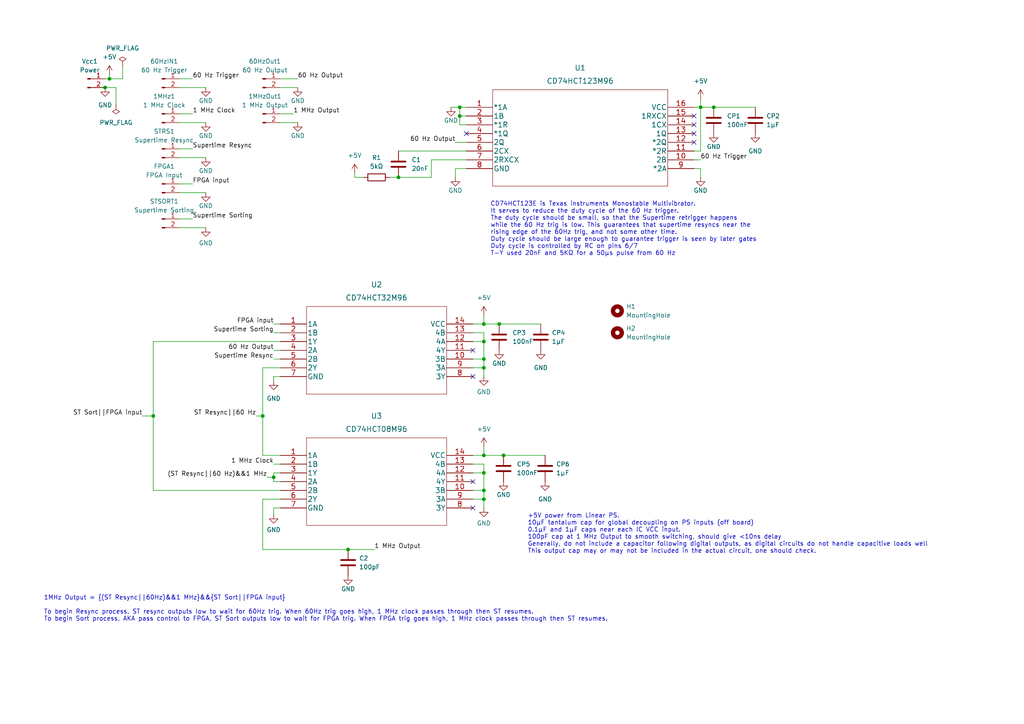
<source format=kicad_sch>
(kicad_sch (version 20211123) (generator eeschema)
  (paper "A4")
  (lib_symbols
    (symbol "CD74HCT08E:CD74HCT08E" (pin_names (offset 0.254))
      (property "Reference" "U" (at 27.94 10.16 0))
      (property "Value" "CD74HCT08E" (at 27.94 7.62 0))
      (symbol "CD74HCT08E_1_1"
        (polyline (pts (xy 7.62 -20.32) (xy 48.26 -20.32)) (stroke (width 0.127)))
        (polyline (pts (xy 7.62 5.08) (xy 7.62 -20.32)) (stroke (width 0.127)))
        (polyline (pts (xy 48.26 -20.32) (xy 48.26 5.08)) (stroke (width 0.127)))
        (polyline (pts (xy 48.26 5.08) (xy 7.62 5.08)) (stroke (width 0.127)))
        (pin input line (at 0 0 0) (length 7.62) (name "1A") (number "1"))
        (pin input line (at 55.88 -10.16 180) (length 7.62) (name "3B") (number "10"))
        (pin output line (at 55.88 -7.62 180) (length 7.62) (name "4Y") (number "11"))
        (pin input line (at 55.88 -5.08 180) (length 7.62) (name "4A") (number "12"))
        (pin input line (at 55.88 -2.54 180) (length 7.62) (name "4B") (number "13"))
        (pin power_in line (at 55.88 0 180) (length 7.62) (name "VCC") (number "14"))
        (pin input line (at 0 -2.54 0) (length 7.62) (name "1B") (number "2"))
        (pin output line (at 0 -5.08 0) (length 7.62) (name "1Y") (number "3"))
        (pin input line (at 0 -7.62 0) (length 7.62) (name "2A") (number "4"))
        (pin input line (at 0 -10.16 0) (length 7.62) (name "2B") (number "5"))
        (pin output line (at 0 -12.7 0) (length 7.62) (name "2Y") (number "6"))
        (pin power_in line (at 0 -15.24 0) (length 7.62) (name "GND") (number "7"))
        (pin output line (at 55.88 -15.24 180) (length 7.62) (name "3Y") (number "8"))
        (pin input line (at 55.88 -12.7 180) (length 7.62) (name "3A") (number "9"))
      )
    )
    (symbol "CD74HCT123E:CD74HCT123E" (pin_names (offset 0.254))
      (property "Reference" "U" (at 33.02 10.16 0))
      (property "Value" "CD74HCT123E" (at 33.02 7.62 0))
      (symbol "CD74HCT123E_1_1"
        (polyline (pts (xy 7.62 -22.86) (xy 58.42 -22.86)) (stroke (width 0.127)))
        (polyline (pts (xy 7.62 5.08) (xy 7.62 -22.86)) (stroke (width 0.127)))
        (polyline (pts (xy 58.42 -22.86) (xy 58.42 5.08)) (stroke (width 0.127)))
        (polyline (pts (xy 58.42 5.08) (xy 7.62 5.08)) (stroke (width 0.127)))
        (pin input line (at 0 0 0) (length 7.62) (name "*1A") (number "1"))
        (pin input line (at 66.04 -15.24 180) (length 7.62) (name "2B") (number "10"))
        (pin input line (at 66.04 -12.7 180) (length 7.62) (name "*2R") (number "11"))
        (pin output line (at 66.04 -10.16 180) (length 7.62) (name "*2Q") (number "12"))
        (pin output line (at 66.04 -7.62 180) (length 7.62) (name "1Q") (number "13"))
        (pin unspecified line (at 66.04 -5.08 180) (length 7.62) (name "1CX") (number "14"))
        (pin unspecified line (at 66.04 -2.54 180) (length 7.62) (name "1RXCX") (number "15"))
        (pin power_in line (at 66.04 0 180) (length 7.62) (name "VCC") (number "16"))
        (pin input line (at 0 -2.54 0) (length 7.62) (name "1B") (number "2"))
        (pin input line (at 0 -5.08 0) (length 7.62) (name "*1R") (number "3"))
        (pin output line (at 0 -7.62 0) (length 7.62) (name "*1Q") (number "4"))
        (pin output line (at 0 -10.16 0) (length 7.62) (name "2Q") (number "5"))
        (pin unspecified line (at 0 -12.7 0) (length 7.62) (name "2CX") (number "6"))
        (pin unspecified line (at 0 -15.24 0) (length 7.62) (name "2RXCX") (number "7"))
        (pin power_in line (at 0 -17.78 0) (length 7.62) (name "GND") (number "8"))
        (pin input line (at 66.04 -17.78 180) (length 7.62) (name "*2A") (number "9"))
      )
    )
    (symbol "CD74HCT32E:CD74HCT32E" (pin_names (offset 0.254))
      (property "Reference" "U" (at 27.94 10.16 0))
      (property "Value" "CD74HCT32E" (at 27.94 7.62 0))
      (symbol "CD74HCT32E_1_1"
        (polyline (pts (xy 7.62 -20.32) (xy 48.26 -20.32)) (stroke (width 0.127)))
        (polyline (pts (xy 7.62 5.08) (xy 7.62 -20.32)) (stroke (width 0.127)))
        (polyline (pts (xy 48.26 -20.32) (xy 48.26 5.08)) (stroke (width 0.127)))
        (polyline (pts (xy 48.26 5.08) (xy 7.62 5.08)) (stroke (width 0.127)))
        (pin input line (at 0 0 0) (length 7.62) (name "1A") (number "1"))
        (pin input line (at 55.88 -10.16 180) (length 7.62) (name "3B") (number "10"))
        (pin output line (at 55.88 -7.62 180) (length 7.62) (name "4Y") (number "11"))
        (pin input line (at 55.88 -5.08 180) (length 7.62) (name "4A") (number "12"))
        (pin input line (at 55.88 -2.54 180) (length 7.62) (name "4B") (number "13"))
        (pin power_in line (at 55.88 0 180) (length 7.62) (name "VCC") (number "14"))
        (pin input line (at 0 -2.54 0) (length 7.62) (name "1B") (number "2"))
        (pin output line (at 0 -5.08 0) (length 7.62) (name "1Y") (number "3"))
        (pin input line (at 0 -7.62 0) (length 7.62) (name "2A") (number "4"))
        (pin input line (at 0 -10.16 0) (length 7.62) (name "2B") (number "5"))
        (pin output line (at 0 -12.7 0) (length 7.62) (name "2Y") (number "6"))
        (pin power_in line (at 0 -15.24 0) (length 7.62) (name "GND") (number "7"))
        (pin output line (at 55.88 -15.24 180) (length 7.62) (name "3Y") (number "8"))
        (pin input line (at 55.88 -12.7 180) (length 7.62) (name "3A") (number "9"))
      )
    )
    (symbol "Connector:Conn_01x02_Male" (pin_names (offset 1.016) hide)
      (property "Reference" "J" (at 0 2.54 0))
      (property "Value" "Conn_01x02_Male" (at 0 -5.08 0))
      (symbol "Conn_01x02_Male_1_1"
        (polyline (pts (xy 1.27 -2.54) (xy 0.8636 -2.54)) (stroke (width 0.1524)))
        (polyline (pts (xy 1.27 0) (xy 0.8636 0)) (stroke (width 0.1524)))
        (rectangle (start 0.8636 -2.413) (end 0 -2.667) (stroke (width 0.1524)) (fill (type outline)))
        (rectangle (start 0.8636 0.127) (end 0 -0.127) (stroke (width 0.1524)) (fill (type outline)))
        (pin passive line (at 5.08 0 180) (length 3.81) (name "Pin_1") (number "1"))
        (pin passive line (at 5.08 -2.54 180) (length 3.81) (name "Pin_2") (number "2"))
      )
    )
    (symbol "Device:C" (pin_numbers hide) (pin_names (offset 0.254))
      (property "Reference" "C" (at 0.635 2.54 0))
      (property "Value" "C" (at 0.635 -2.54 0))
      (symbol "C_0_1"
        (polyline (pts (xy -2.032 -0.762) (xy 2.032 -0.762)) (stroke (width 0.508)))
        (polyline (pts (xy -2.032 0.762) (xy 2.032 0.762)) (stroke (width 0.508)))
      )
      (symbol "C_1_1"
        (pin passive line (at 0 3.81 270) (length 2.794) (name "~") (number "1"))
        (pin passive line (at 0 -3.81 90) (length 2.794) (name "~") (number "2"))
      )
    )
    (symbol "Device:R" (pin_numbers hide) (pin_names (offset 0))
      (property "Reference" "R" (at 2.032 0 90))
      (property "Value" "R" (at 0 0 90))
      (symbol "R_0_1"
        (rectangle (start -1.016 -2.54) (end 1.016 2.54) (stroke (width 0.254)))
      )
      (symbol "R_1_1"
        (pin passive line (at 0 3.81 270) (length 1.27) (name "~") (number "1"))
        (pin passive line (at 0 -3.81 90) (length 1.27) (name "~") (number "2"))
      )
    )
    (symbol "Mechanical:MountingHole" (pin_names (offset 1.016))
      (property "Reference" "H" (at 0 5.08 0))
      (property "Value" "MountingHole" (at 0 3.175 0))
      (symbol "MountingHole_0_1"
        (circle (center 0 0) (radius 1.27) (stroke (width 1.27)))
      )
    )
    (symbol "power:+5V" (power) (pin_names (offset 0))
      (property "Value" "+5V" (at 0 3.556 0))
      (symbol "+5V_0_1"
        (polyline (pts (xy -0.762 1.27) (xy 0 2.54)))
        (polyline (pts (xy 0 0) (xy 0 2.54)))
        (polyline (pts (xy 0 2.54) (xy 0.762 1.27)))
      )
      (symbol "+5V_1_1"
        (pin power_in line (at 0 0 90) (length 0) hide (name "+5V") (number "1"))
      )
    )
    (symbol "power:GND" (power) (pin_names (offset 0))
      (property "Value" "GND" (at 0 -3.81 0))
      (symbol "GND_0_1"
        (polyline (pts (xy 0 0) (xy 0 -1.27) (xy 1.27 -1.27) (xy 0 -2.54) (xy -1.27 -1.27) (xy 0 -1.27)))
      )
      (symbol "GND_1_1"
        (pin power_in line (at 0 0 270) (length 0) hide (name "GND") (number "1"))
      )
    )
    (symbol "power:PWR_FLAG" (power) (pin_numbers hide) (pin_names (offset 0) hide)
      (property "Value" "PWR_FLAG" (at 0 3.81 0))
      (symbol "PWR_FLAG_0_0"
        (pin power_out line (at 0 0 90) (length 0) (name "pwr") (number "1"))
      )
      (symbol "PWR_FLAG_0_1"
        (polyline (pts (xy 0 0) (xy 0 1.27) (xy -1.016 1.905) (xy 0 2.54) (xy 1.016 1.905) (xy 0 1.27)))
      )
    )
  )
  (junction (at 140.335 99.06))
  (junction (at 140.335 142.24))
  (junction (at 100.965 159.385))
  (junction (at 140.335 104.14))
  (junction (at 76.2 120.65))
  (junction (at 133.35 33.655))
  (junction (at 140.335 132.08))
  (junction (at 133.35 31.115))
  (junction (at 115.57 51.435))
  (junction (at 140.335 106.68))
  (junction (at 30.48 25.4))
  (junction (at 144.78 93.98))
  (junction (at 44.45 120.65))
  (junction (at 140.335 93.98))
  (junction (at 79.375 138.43))
  (junction (at 31.75 22.86))
  (junction (at 140.335 137.16))
  (junction (at 207.01 31.115))
  (junction (at 203.2 31.115))
  (junction (at 140.335 144.78))
  (junction (at 146.05 132.08))
  (no_connect (at 137.16 147.32))
  (no_connect (at 137.16 101.6))
  (no_connect (at 137.16 109.22))
  (no_connect (at 201.295 41.275))
  (no_connect (at 135.255 38.735))
  (no_connect (at 201.295 36.195))
  (no_connect (at 201.295 33.655))
  (no_connect (at 137.16 139.7))
  (no_connect (at 201.295 38.735))
  (wire (pts (xy 44.45 142.24) (xy 81.28 142.24)))
  (wire (pts (xy 140.335 137.16) (xy 140.335 142.24)))
  (wire (pts (xy 81.28 147.32) (xy 79.375 147.32)))
  (wire (pts (xy 203.2 31.115) (xy 203.2 43.815)))
  (wire (pts (xy 77.47 138.43) (xy 79.375 138.43)))
  (wire (pts (xy 79.375 109.22) (xy 79.375 110.49)))
  (wire (pts (xy 74.295 120.65) (xy 76.2 120.65)))
  (wire (pts (xy 146.05 132.08) (xy 158.115 132.08)))
  (wire (pts (xy 140.335 91.44) (xy 140.335 93.98)))
  (wire (pts (xy 105.41 51.435) (xy 102.87 51.435)))
  (wire (pts (xy 137.16 104.14) (xy 140.335 104.14)))
  (wire (pts (xy 79.375 134.62) (xy 81.28 134.62)))
  (wire (pts (xy 81.28 106.68) (xy 76.2 106.68)))
  (wire (pts (xy 133.35 33.655) (xy 135.255 33.655)))
  (wire (pts (xy 201.295 31.115) (xy 203.2 31.115)))
  (wire (pts (xy 79.375 96.52) (xy 81.28 96.52)))
  (wire (pts (xy 52.07 55.88) (xy 59.69 55.88)))
  (wire (pts (xy 125.095 46.355) (xy 125.095 51.435)))
  (wire (pts (xy 203.2 43.815) (xy 201.295 43.815)))
  (wire (pts (xy 140.335 134.62) (xy 140.335 137.16)))
  (wire (pts (xy 81.28 137.16) (xy 79.375 137.16)))
  (wire (pts (xy 135.255 36.195) (xy 133.35 36.195)))
  (wire (pts (xy 79.375 139.7) (xy 81.28 139.7)))
  (wire (pts (xy 81.28 144.78) (xy 76.2 144.78)))
  (wire (pts (xy 52.07 22.86) (xy 55.88 22.86)))
  (wire (pts (xy 140.335 93.98) (xy 144.78 93.98)))
  (wire (pts (xy 79.375 137.16) (xy 79.375 138.43)))
  (wire (pts (xy 133.35 36.195) (xy 133.35 33.655)))
  (wire (pts (xy 30.48 22.86) (xy 31.75 22.86)))
  (wire (pts (xy 140.335 142.24) (xy 140.335 144.78)))
  (wire (pts (xy 30.48 25.4) (xy 33.655 25.4)))
  (wire (pts (xy 133.35 31.115) (xy 135.255 31.115)))
  (wire (pts (xy 52.07 35.56) (xy 59.69 35.56)))
  (wire (pts (xy 81.28 35.56) (xy 86.36 35.56)))
  (wire (pts (xy 81.28 99.06) (xy 44.45 99.06)))
  (wire (pts (xy 135.255 46.355) (xy 125.095 46.355)))
  (wire (pts (xy 137.16 96.52) (xy 140.335 96.52)))
  (wire (pts (xy 81.28 25.4) (xy 86.36 25.4)))
  (wire (pts (xy 132.08 48.895) (xy 132.08 51.435)))
  (wire (pts (xy 100.965 159.385) (xy 108.585 159.385)))
  (wire (pts (xy 135.255 48.895) (xy 132.08 48.895)))
  (wire (pts (xy 76.2 144.78) (xy 76.2 159.385)))
  (wire (pts (xy 81.28 22.86) (xy 86.36 22.86)))
  (wire (pts (xy 203.2 31.115) (xy 207.01 31.115)))
  (wire (pts (xy 79.375 101.6) (xy 81.28 101.6)))
  (wire (pts (xy 137.16 132.08) (xy 140.335 132.08)))
  (wire (pts (xy 41.275 120.65) (xy 44.45 120.65)))
  (wire (pts (xy 52.07 33.02) (xy 55.88 33.02)))
  (wire (pts (xy 137.16 144.78) (xy 140.335 144.78)))
  (wire (pts (xy 203.2 28.575) (xy 203.2 31.115)))
  (wire (pts (xy 201.295 46.355) (xy 203.2 46.355)))
  (wire (pts (xy 76.2 106.68) (xy 76.2 120.65)))
  (wire (pts (xy 52.07 25.4) (xy 59.69 25.4)))
  (wire (pts (xy 137.16 137.16) (xy 140.335 137.16)))
  (wire (pts (xy 79.375 147.32) (xy 79.375 149.225)))
  (wire (pts (xy 137.16 106.68) (xy 140.335 106.68)))
  (wire (pts (xy 79.375 93.98) (xy 81.28 93.98)))
  (wire (pts (xy 115.57 43.815) (xy 135.255 43.815)))
  (wire (pts (xy 203.2 48.895) (xy 203.2 51.435)))
  (wire (pts (xy 76.2 120.65) (xy 76.2 132.08)))
  (wire (pts (xy 137.16 142.24) (xy 140.335 142.24)))
  (wire (pts (xy 130.81 31.115) (xy 133.35 31.115)))
  (wire (pts (xy 81.28 109.22) (xy 79.375 109.22)))
  (wire (pts (xy 52.07 53.34) (xy 55.88 53.34)))
  (wire (pts (xy 79.375 104.14) (xy 81.28 104.14)))
  (wire (pts (xy 52.07 45.72) (xy 59.69 45.72)))
  (wire (pts (xy 31.75 21.59) (xy 31.75 22.86)))
  (wire (pts (xy 44.45 99.06) (xy 44.45 120.65)))
  (wire (pts (xy 33.655 25.4) (xy 33.655 30.48)))
  (wire (pts (xy 76.2 132.08) (xy 81.28 132.08)))
  (wire (pts (xy 137.16 134.62) (xy 140.335 134.62)))
  (wire (pts (xy 140.335 129.54) (xy 140.335 132.08)))
  (wire (pts (xy 140.335 144.78) (xy 140.335 147.32)))
  (wire (pts (xy 201.295 48.895) (xy 203.2 48.895)))
  (wire (pts (xy 207.01 31.115) (xy 219.075 31.115)))
  (wire (pts (xy 140.335 96.52) (xy 140.335 99.06)))
  (wire (pts (xy 137.16 99.06) (xy 140.335 99.06)))
  (wire (pts (xy 52.07 66.04) (xy 59.69 66.04)))
  (wire (pts (xy 140.335 106.68) (xy 140.335 109.22)))
  (wire (pts (xy 79.375 138.43) (xy 79.375 139.7)))
  (wire (pts (xy 133.35 33.655) (xy 133.35 31.115)))
  (wire (pts (xy 44.45 120.65) (xy 44.45 142.24)))
  (wire (pts (xy 115.57 51.435) (xy 125.095 51.435)))
  (wire (pts (xy 140.335 132.08) (xy 146.05 132.08)))
  (wire (pts (xy 144.78 93.98) (xy 156.845 93.98)))
  (wire (pts (xy 76.2 159.385) (xy 100.965 159.385)))
  (wire (pts (xy 52.07 43.18) (xy 55.88 43.18)))
  (wire (pts (xy 137.16 93.98) (xy 140.335 93.98)))
  (wire (pts (xy 31.75 22.86) (xy 35.56 22.86)))
  (wire (pts (xy 132.08 41.275) (xy 135.255 41.275)))
  (wire (pts (xy 113.03 51.435) (xy 115.57 51.435)))
  (wire (pts (xy 35.56 19.05) (xy 35.56 22.86)))
  (wire (pts (xy 102.87 50.165) (xy 102.87 51.435)))
  (wire (pts (xy 140.335 99.06) (xy 140.335 104.14)))
  (wire (pts (xy 52.07 63.5) (xy 55.88 63.5)))
  (wire (pts (xy 85.09 33.02) (xy 81.28 33.02)))
  (wire (pts (xy 140.335 104.14) (xy 140.335 106.68)))
  (text "+5V power from Linear PS. \n10µF tantalum cap for global decoupling on PS inputs (off board)\n0.1µF and 1µF caps near each IC VCC input.\n100pF cap at 1 MHz Output to smooth switching, should give <10ns delay\nGenerally, do not include a capacitor following digital outputs, as digital circuits do not handle capacitive loads well\nThis output cap may or may not be included in the actual circuit, one should check.\n" (at 153.035 160.655 0) (effects (font (size 1.27 1.27)) (justify left bottom)))
  (text "1MHz Output = {(ST Resync||60Hz)&&1 MHz}&&{ST Sort||FPGA input}\n\nTo begin Resync process, ST resync outputs low to wait for 60Hz trig. When 60Hz trig goes high, 1 MHz clock passes through then ST resumes.\nTo begin Sort process, AKA pass control to FPGA, ST Sort outputs low to wait for FPGA trig. When FPGA trig goes high, 1 MHz clock passes through then ST resumes." (at 12.7 180.34 0) (effects (font (size 1.27 1.27)) (justify left bottom)))
  (text "CD74HCT123E is Texas instruments Monostable Multivibrator.\nIt serves to reduce the duty cycle of the 60 Hz trigger.\nThe duty cycle should be small, so that the Supertime retrigger happens \nwhile the 60 Hz trig is low. This guarantees that supertime resyncs near the\nrising edge of the 60Hz trig, and not some other time.\nDuty cycle should be large enough to guarantee trigger is seen by later gates\nDuty cycle is controlled by RC on pins 6/7\nT-Y used 20nF and 5KΩ for a 50µs pulse from 60 Hz" (at 142.24 74.295 0) (effects (font (size 1.27 1.27)) (justify left bottom)))
  (label "FPGA input" (at 79.375 93.98 180))
  (label "1 MHz Output" (at 108.585 159.385 0))
  (label "Supertime Resync" (at 79.375 104.14 180))
  (label "1 MHz Output" (at 85.09 33.02 0))
  (label "1 MHz Clock" (at 79.375 134.62 180))
  (label "Supertime Sorting" (at 55.88 63.5 0))
  (label "60 Hz Output" (at 132.08 41.275 180))
  (label "Supertime Resync" (at 55.88 43.18 0))
  (label "60 Hz Output" (at 86.36 22.86 0))
  (label "Supertime Sorting" (at 79.375 96.52 180))
  (label "(ST Resync||60 Hz)&&1 MHz" (at 77.47 138.43 180))
  (label "ST Resync||60 Hz" (at 74.295 120.65 180))
  (label "1 MHz Clock" (at 55.88 33.02 0))
  (label "60 Hz Trigger" (at 203.2 46.355 0))
  (label "60 Hz Trigger" (at 55.88 22.86 0))
  (label "FPGA input" (at 55.88 53.34 0))
  (label "60 Hz Output" (at 79.375 101.6 180))
  (label "ST Sort||FPGA input" (at 41.275 120.65 180))
  (symbol (lib_id "power:GND") (at 207.01 38.735 0) (unit 1)
    (property "Reference" "#PWR09" (effects hide))
    (property "Value" "GND" (at 207.01 42.545 0))
  )
  (symbol (lib_id "power:GND") (at 158.115 139.7 0) (unit 1)
    (property "Reference" "#PWR024" (effects hide))
    (property "Value" "GND" (at 158.115 144.78 0))
  )
  (symbol (lib_id "power:GND") (at 132.08 51.435 0) (mirror y) (unit 1)
    (property "Reference" "#PWR013" (effects hide))
    (property "Value" "GND" (at 132.08 55.245 0))
  )
  (symbol (lib_id "power:+5V") (at 102.87 50.165 0) (unit 1)
    (property "Reference" "#PWR012" (effects hide))
    (property "Value" "+5V" (at 102.87 45.085 0))
  )
  (symbol (lib_id "power:GND") (at 59.69 55.88 0) (unit 1)
    (property "Reference" "#PWR015" (effects hide))
    (property "Value" "GND" (at 59.69 59.69 0))
  )
  (symbol (lib_id "Mechanical:MountingHole") (at 179.07 96.52 0) (unit 1)
    (property "Reference" "H2" (at 181.61 95.2499 0) (effects (justify left)))
    (property "Value" "MountingHole" (at 181.61 97.7899 0) (effects (justify left)))
    (property "Footprint" "MountingHole:MountingHole_3.2mm_M3" (effects hide))
  )
  (symbol (lib_id "power:GND") (at 144.78 101.6 0) (unit 1)
    (property "Reference" "#PWR018" (effects hide))
    (property "Value" "GND" (at 144.78 105.41 0))
  )
  (symbol (lib_id "power:GND") (at 140.335 109.22 0) (unit 1)
    (property "Reference" "#PWR020" (effects hide))
    (property "Value" "GND" (at 140.335 113.665 0))
  )
  (symbol (lib_id "power:GND") (at 156.845 101.6 0) (unit 1)
    (property "Reference" "#PWR019" (effects hide))
    (property "Value" "GND" (at 156.845 106.68 0))
  )
  (symbol (lib_id "Device:C") (at 156.845 97.79 0) (unit 1)
    (property "Reference" "CP4" (at 160.02 96.5199 0) (effects (justify left)))
    (property "Value" "1µF" (at 160.02 99.0599 0) (effects (justify left)))
    (property "Footprint" "Capacitor_SMD:C_1206_3216Metric" (effects hide))
  )
  (symbol (lib_id "Connector:Conn_01x02_Male") (at 46.99 63.5 0) (unit 1)
    (property "Reference" "STSORT1" (at 47.625 58.42 0))
    (property "Value" "Supertime Sorting" (at 47.625 60.96 0))
    (property "Footprint" "Connector_Molex:Molex_KK-254_AE-6410-02A_1x02_P2.54mm_Vertical" (effects hide))
  )
  (symbol (lib_id "Connector:Conn_01x02_Male") (at 46.99 33.02 0) (unit 1)
    (property "Reference" "1MHz1" (at 47.625 27.94 0))
    (property "Value" "1 MHz Clock" (at 47.625 30.48 0))
    (property "Footprint" "Connector_Molex:Molex_KK-254_AE-6410-02A_1x02_P2.54mm_Vertical" (effects hide))
  )
  (symbol (lib_id "CD74HCT123E:CD74HCT123E") (at 135.255 31.115 0) (unit 1)
    (property "Reference" "U1" (at 168.275 19.685 0) (effects (font (size 1.524 1.524))))
    (property "Value" "CD74HCT123M96" (at 168.275 23.495 0) (effects (font (size 1.524 1.524))))
    (property "Footprint" "Package_SO:SOIC-16_3.9x9.9mm_P1.27mm" (effects hide))
  )
  (symbol (lib_id "power:GND") (at 30.48 25.4 0) (unit 1)
    (property "Reference" "#PWR02" (effects hide))
    (property "Value" "GND" (at 30.48 30.48 0))
  )
  (symbol (lib_id "power:GND") (at 203.2 51.435 0) (unit 1)
    (property "Reference" "#PWR014" (effects hide))
    (property "Value" "GND" (at 203.2 55.245 0))
  )
  (symbol (lib_id "power:GND") (at 146.05 139.7 0) (unit 1)
    (property "Reference" "#PWR023" (effects hide))
    (property "Value" "GND" (at 146.05 143.51 0))
  )
  (symbol (lib_id "power:PWR_FLAG") (at 33.655 30.48 180) (unit 1)
    (property "Reference" "#FLG02" (effects hide))
    (property "Value" "PWR_FLAG" (at 33.655 35.56 0))
  )
  (symbol (lib_id "Device:C") (at 115.57 47.625 0) (unit 1)
    (property "Reference" "C1" (at 119.38 46.3549 0) (effects (justify left)))
    (property "Value" "20nF" (at 119.38 48.8949 0) (effects (justify left)))
    (property "Footprint" "Capacitor_SMD:C_1206_3216Metric" (effects hide))
  )
  (symbol (lib_id "Connector:Conn_01x02_Male") (at 46.99 22.86 0) (unit 1)
    (property "Reference" "60HzIN1" (at 47.625 17.78 0))
    (property "Value" "60 Hz Trigger" (at 47.625 20.32 0))
    (property "Footprint" "Connector_Molex:Molex_KK-254_AE-6410-02A_1x02_P2.54mm_Vertical" (effects hide))
  )
  (symbol (lib_id "power:GND") (at 219.075 38.735 0) (unit 1)
    (property "Reference" "#PWR010" (effects hide))
    (property "Value" "GND" (at 219.075 43.815 0))
  )
  (symbol (lib_id "Mechanical:MountingHole") (at 179.07 90.17 0) (unit 1)
    (property "Reference" "H1" (at 181.61 88.8999 0) (effects (justify left)))
    (property "Value" "MountingHole" (at 181.61 91.4399 0) (effects (justify left)))
    (property "Footprint" "MountingHole:MountingHole_3.2mm_M3" (effects hide))
  )
  (symbol (lib_id "Device:C") (at 100.965 163.195 0) (unit 1)
    (property "Reference" "C2" (at 104.14 161.9249 0) (effects (justify left)))
    (property "Value" "100pF" (at 104.14 164.4649 0) (effects (justify left)))
    (property "Footprint" "Capacitor_SMD:C_1206_3216Metric" (effects hide))
  )
  (symbol (lib_id "Device:C") (at 158.115 135.89 0) (unit 1)
    (property "Reference" "CP6" (at 161.29 134.6199 0) (effects (justify left)))
    (property "Value" "1µF" (at 161.29 137.1599 0) (effects (justify left)))
    (property "Footprint" "Capacitor_SMD:C_1206_3216Metric" (effects hide))
  )
  (symbol (lib_id "power:GND") (at 140.335 147.32 0) (unit 1)
    (property "Reference" "#PWR025" (effects hide))
    (property "Value" "GND" (at 140.335 151.765 0))
  )
  (symbol (lib_id "power:+5V") (at 140.335 91.44 0) (unit 1)
    (property "Reference" "#PWR017" (effects hide))
    (property "Value" "+5V" (at 140.335 86.36 0))
  )
  (symbol (lib_id "power:GND") (at 59.69 35.56 0) (unit 1)
    (property "Reference" "#PWR07" (effects hide))
    (property "Value" "GND" (at 59.69 39.37 0))
  )
  (symbol (lib_id "power:GND") (at 59.69 25.4 0) (unit 1)
    (property "Reference" "#PWR03" (effects hide))
    (property "Value" "GND" (at 59.69 29.21 0))
  )
  (symbol (lib_id "Device:R") (at 109.22 51.435 90) (unit 1)
    (property "Reference" "R1" (at 109.22 45.72 90))
    (property "Value" "5kΩ" (at 109.22 48.26 90))
    (property "Footprint" "Resistor_SMD:R_1206_3216Metric" (effects hide))
  )
  (symbol (lib_id "power:GND") (at 130.81 31.115 0) (unit 1)
    (property "Reference" "#PWR06" (effects hide))
    (property "Value" "GND" (at 130.81 34.925 0))
  )
  (symbol (lib_id "power:GND") (at 100.965 167.005 0) (unit 1)
    (property "Reference" "#PWR027" (effects hide))
    (property "Value" "GND" (at 100.965 170.815 0))
  )
  (symbol (lib_id "Connector:Conn_01x02_Male") (at 25.4 22.86 0) (unit 1)
    (property "Reference" "Vcc1" (at 26.035 17.78 0))
    (property "Value" "Power" (at 26.035 20.32 0))
    (property "Footprint" "Connector_Molex:Molex_KK-254_AE-6410-02A_1x02_P2.54mm_Vertical" (effects hide))
  )
  (symbol (lib_id "power:+5V") (at 140.335 129.54 0) (unit 1)
    (property "Reference" "#PWR022" (effects hide))
    (property "Value" "+5V" (at 140.335 124.46 0))
  )
  (symbol (lib_id "Connector:Conn_01x02_Male") (at 76.2 33.02 0) (unit 1)
    (property "Reference" "1MHzOut1" (at 76.835 27.94 0))
    (property "Value" "1 MHz Output" (at 76.835 30.48 0))
    (property "Footprint" "Connector_Molex:Molex_KK-254_AE-6410-02A_1x02_P2.54mm_Vertical" (effects hide))
  )
  (symbol (lib_id "CD74HCT32E:CD74HCT32E") (at 81.28 93.98 0) (unit 1)
    (property "Reference" "U2" (at 109.22 82.55 0) (effects (font (size 1.524 1.524))))
    (property "Value" "CD74HCT32M96" (at 109.22 86.36 0) (effects (font (size 1.524 1.524))))
    (property "Footprint" "Package_SO:SOIC-14_3.9x8.7mm_P1.27mm" (effects hide))
  )
  (symbol (lib_id "power:GND") (at 79.375 110.49 0) (unit 1)
    (property "Reference" "#PWR021" (effects hide))
    (property "Value" "GND" (at 79.375 115.57 0))
  )
  (symbol (lib_id "power:GND") (at 86.36 35.56 0) (unit 1)
    (property "Reference" "#PWR08" (effects hide))
    (property "Value" "GND" (at 86.36 39.37 0))
  )
  (symbol (lib_id "Connector:Conn_01x02_Male") (at 76.2 22.86 0) (unit 1)
    (property "Reference" "60HzOut1" (at 76.835 17.78 0))
    (property "Value" "60 Hz Output" (at 76.835 20.32 0))
    (property "Footprint" "Connector_Molex:Molex_KK-254_AE-6410-02A_1x02_P2.54mm_Vertical" (effects hide))
  )
  (symbol (lib_id "power:GND") (at 79.375 149.225 0) (unit 1)
    (property "Reference" "#PWR026" (effects hide))
    (property "Value" "GND" (at 79.375 153.67 0))
  )
  (symbol (lib_id "Device:C") (at 144.78 97.79 0) (unit 1)
    (property "Reference" "CP3" (at 148.59 96.5199 0) (effects (justify left)))
    (property "Value" "100nF" (at 148.59 99.0599 0) (effects (justify left)))
    (property "Footprint" "Capacitor_SMD:C_1206_3216Metric" (effects hide))
  )
  (symbol (lib_id "power:GND") (at 59.69 45.72 0) (unit 1)
    (property "Reference" "#PWR011" (effects hide))
    (property "Value" "GND" (at 59.69 49.53 0))
  )
  (symbol (lib_id "power:GND") (at 86.36 25.4 0) (unit 1)
    (property "Reference" "#PWR04" (effects hide))
    (property "Value" "GND" (at 86.36 29.21 0))
  )
  (symbol (lib_id "Device:C") (at 146.05 135.89 0) (unit 1)
    (property "Reference" "CP5" (at 149.86 134.6199 0) (effects (justify left)))
    (property "Value" "100nF" (at 149.86 137.1599 0) (effects (justify left)))
    (property "Footprint" "Capacitor_SMD:C_1206_3216Metric" (effects hide))
  )
  (symbol (lib_id "power:+5V") (at 31.75 21.59 0) (unit 1)
    (property "Reference" "#PWR01" (effects hide))
    (property "Value" "+5V" (at 31.75 16.51 0))
  )
  (symbol (lib_id "power:PWR_FLAG") (at 35.56 19.05 0) (unit 1)
    (property "Reference" "#FLG01" (effects hide))
    (property "Value" "PWR_FLAG" (at 35.56 13.97 0))
  )
  (symbol (lib_id "Connector:Conn_01x02_Male") (at 46.99 53.34 0) (unit 1)
    (property "Reference" "FPGA1" (at 47.625 48.26 0))
    (property "Value" "FPGA Input" (at 47.625 50.8 0))
    (property "Footprint" "Connector_Molex:Molex_KK-254_AE-6410-02A_1x02_P2.54mm_Vertical" (effects hide))
  )
  (symbol (lib_id "Connector:Conn_01x02_Male") (at 46.99 43.18 0) (unit 1)
    (property "Reference" "STRS1" (at 47.625 38.1 0))
    (property "Value" "Supertime Resync" (at 47.625 40.64 0))
    (property "Footprint" "Connector_Molex:Molex_KK-254_AE-6410-02A_1x02_P2.54mm_Vertical" (effects hide))
  )
  (symbol (lib_id "power:+5V") (at 203.2 28.575 0) (unit 1)
    (property "Reference" "#PWR05" (effects hide))
    (property "Value" "+5V" (at 203.2 23.495 0))
  )
  (symbol (lib_id "Device:C") (at 219.075 34.925 0) (unit 1)
    (property "Reference" "CP2" (at 222.25 33.6549 0) (effects (justify left)))
    (property "Value" "1µF" (at 222.25 36.1949 0) (effects (justify left)))
    (property "Footprint" "Capacitor_SMD:C_1206_3216Metric" (effects hide))
  )
  (symbol (lib_id "power:GND") (at 59.69 66.04 0) (unit 1)
    (property "Reference" "#PWR016" (effects hide))
    (property "Value" "GND" (at 59.69 70.485 0))
  )
  (symbol (lib_id "CD74HCT08E:CD74HCT08E") (at 81.28 132.08 0) (unit 1)
    (property "Reference" "U3" (at 109.22 120.65 0) (effects (font (size 1.524 1.524))))
    (property "Value" "CD74HCT08M96" (at 109.22 124.46 0) (effects (font (size 1.524 1.524))))
    (property "Footprint" "Package_SO:SOIC-14_3.9x8.7mm_P1.27mm" (effects hide))
  )
  (symbol (lib_id "Device:C") (at 207.01 34.925 0) (unit 1)
    (property "Reference" "CP1" (at 210.82 33.6549 0) (effects (justify left)))
    (property "Value" "100nF" (at 210.82 36.1949 0) (effects (justify left)))
    (property "Footprint" "Capacitor_SMD:C_1206_3216Metric" (effects hide))
  )
)
</source>
